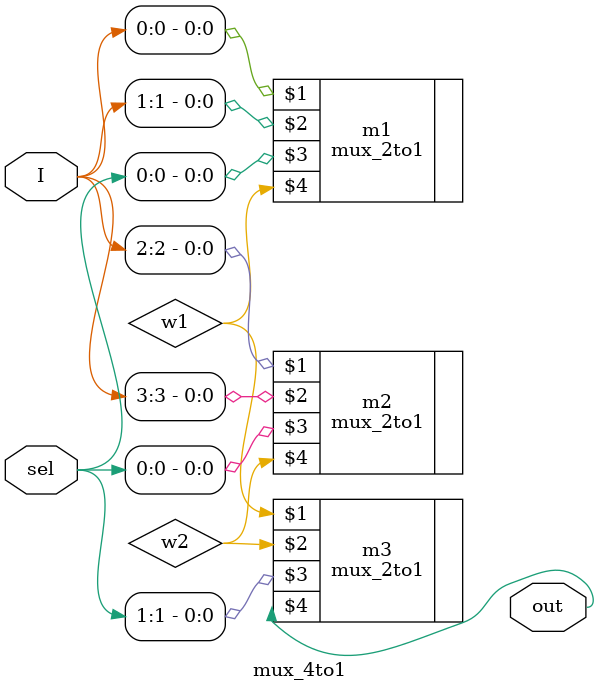
<source format=v>
`timescale 1ns / 1ps


module mux_4to1( input [3:0] I, input [1:0] sel, output out );

wire w1, w2;

mux_2to1 m1( I[0],I[1], sel[0], w1);
mux_2to1 m2( I[2],I[3], sel[0], w2);
mux_2to1 m3( w1,w2, sel[1], out);

endmodule

</source>
